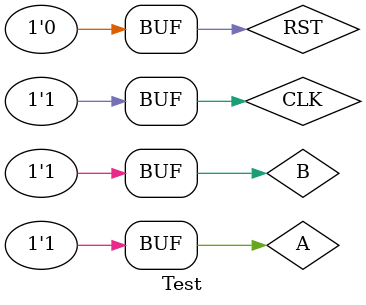
<source format=v>
`timescale 1ns / 1ps


module Test;

	// Inputs
	reg RST;
	reg CLK;
	reg A;
	reg B;

	// Outputs
	wire Y;
	wire Z;
	wire temp;
	wire R;
	wire S;

	// Instantiate the Unit Under Test (UUT)
	seq_circuit_dealy uut (
		.RST(RST), 
		.CLK(CLK), 
		.A(A), 
		.B(B), 
		.Y(Y), 
		.Z(Z), 
		.temp(temp),
		.R(R),
		.S(S)
	);

	initial begin
		RST = 0;
//		CLK = 0;
//		A = 0;
//		B = 0;
		{CLK,A,B} = 3'b000;
		#40;
		{CLK,A,B} = 3'b100;
		#40;
		{CLK,A,B} = 3'b001;
		#40;
		{CLK,A,B} = 3'b111;
		#40;
		{CLK,A,B} = 3'b011;
		#40;
		{CLK,A,B} = 3'b101;
		#40;
		{CLK,A,B} = 3'b001;
		#40;
		{CLK,A,B} = 3'b100;
		#40;
		{CLK,A,B} = 3'b010;
		#40;
		{CLK,A,B} = 3'b110;
		#40;
		{CLK,A,B} = 3'b010;
		#40;
		{CLK,A,B} = 3'b111;
		#40;
		{CLK,A,B} = 3'b000;
		#40;
		{CLK,A,B} = 3'b100;
		#40;
		{CLK,A,B} = 3'b000;
		#40;
		{CLK,A,B} = 3'b101;
		#40;
		{CLK,A,B} = 3'b011;
		#40;
		{CLK,A,B} = 3'b111;
		#40;
		
		
		

	end
      
endmodule


</source>
